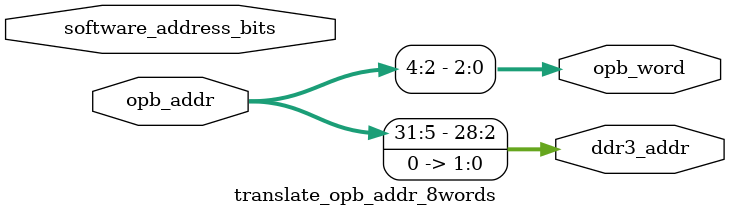
<source format=v>
`timescale 1ns / 1ps
module translate_opb_addr_8words(
    input  [15:0] software_address_bits,
    input  [31:0] opb_addr, //always multiple of 4
    output [28:0] ddr3_addr,
    output [2:0]  opb_word
    );

    //declare inputs
    wire [31:0] opb_addr; //opb_addr will only be a multiple of 4
    wire [15:0] software_address_bits; //do nothing with this yet
    
    //declare outputs
    reg [28:0] ddr3_addr; //2^29 addressable addresses
    reg [2:0]  opb_word; // 3 bits only, count W0 to W7 = 8

    // for each opb_addr, read a whole word
    always @ (*) begin
       opb_word = opb_addr[4:2]; // counts 0 to 15 words in ddr3 address space
       ddr3_addr = {opb_addr[31:5],2'b0};  //must always be a multiple of 4, hence 2'b0 at end
    end
endmodule

</source>
